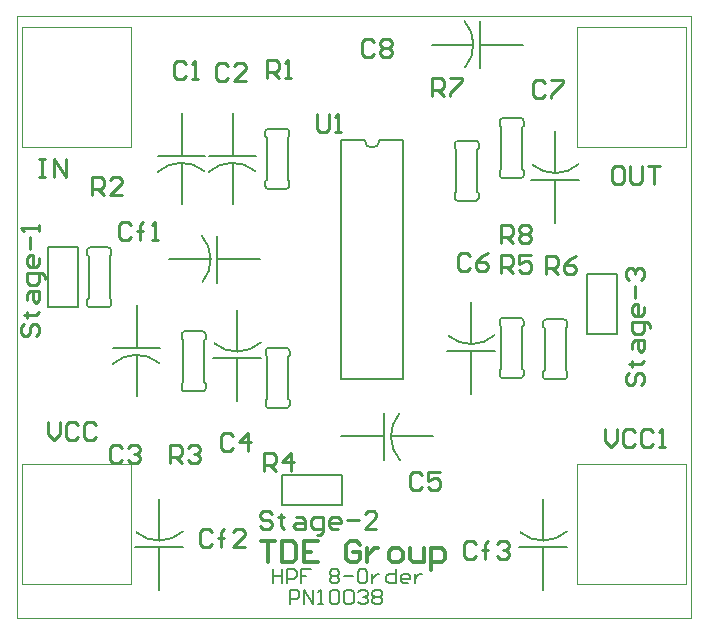
<source format=gto>
G04 Layer_Color=65535*
%FSLAX44Y44*%
%MOMM*%
G71*
G01*
G75*
%ADD12C,0.1000*%
%ADD22C,0.1524*%
%ADD23C,0.2000*%
%ADD24C,0.0500*%
%ADD25C,0.1500*%
%ADD26C,0.2540*%
%ADD27C,0.3000*%
D12*
X-40000Y-200000D02*
X530000D01*
Y310000D01*
X-40000Y-200000D02*
Y310000D01*
X530000D01*
D22*
X36690Y63210D02*
G03*
X39230Y65750I0J2540D01*
G01*
X18910D02*
G03*
X21450Y63210I2540J0D01*
G01*
Y114010D02*
G03*
X18910Y111470I0J-2540D01*
G01*
X39230D02*
G03*
X36690Y114010I-2540J0D01*
G01*
X172580Y28920D02*
G03*
X170040Y26380I0J-2540D01*
G01*
X190360D02*
G03*
X187820Y28920I-2540J0D01*
G01*
Y-21880D02*
G03*
X190360Y-19340I0J2540D01*
G01*
X170040D02*
G03*
X172580Y-21880I2540J0D01*
G01*
X386080Y172720D02*
G03*
X388620Y175260I0J2540D01*
G01*
X368300D02*
G03*
X370840Y172720I2540J0D01*
G01*
Y223520D02*
G03*
X368300Y220980I0J-2540D01*
G01*
X388620D02*
G03*
X386080Y223520I-2540J0D01*
G01*
X407530Y53050D02*
G03*
X404990Y50510I0J-2540D01*
G01*
X425310D02*
G03*
X422770Y53050I-2540J0D01*
G01*
Y2250D02*
G03*
X425310Y4790I0J2540D01*
G01*
X404990D02*
G03*
X407530Y2250I2540J0D01*
G01*
X101460Y42890D02*
G03*
X98920Y40350I0J-2540D01*
G01*
X119240D02*
G03*
X116700Y42890I-2540J0D01*
G01*
Y-7910D02*
G03*
X119240Y-5370I0J2540D01*
G01*
X98920D02*
G03*
X101460Y-7910I2540J0D01*
G01*
X187620Y163540D02*
G03*
X190160Y166080I0J2540D01*
G01*
X169840D02*
G03*
X172380Y163540I2540J0D01*
G01*
Y214340D02*
G03*
X169840Y211800I0J-2540D01*
G01*
X190160D02*
G03*
X187620Y214340I-2540J0D01*
G01*
X370700Y54320D02*
G03*
X368160Y51780I0J-2540D01*
G01*
X388480D02*
G03*
X385940Y54320I-2540J0D01*
G01*
Y3520D02*
G03*
X388480Y6060I0J2540D01*
G01*
X368160D02*
G03*
X370700Y3520I2540J0D01*
G01*
X347980Y153670D02*
G03*
X350520Y156210I0J2540D01*
G01*
X330200D02*
G03*
X332740Y153670I2540J0D01*
G01*
Y204470D02*
G03*
X330200Y201930I0J-2540D01*
G01*
X350520D02*
G03*
X347980Y204470I-2540J0D01*
G01*
X21450Y63210D02*
X36690D01*
X18910Y65750D02*
Y69560D01*
X39230Y65750D02*
Y69560D01*
X20180Y70830D02*
Y106390D01*
X18910Y69560D02*
X20180Y70830D01*
X37960D02*
Y106390D01*
Y70830D02*
X39230Y69560D01*
X18910Y107660D02*
X20180Y106390D01*
X18910Y107660D02*
Y111470D01*
X37960Y106390D02*
X39230Y107660D01*
Y111470D01*
X21450Y114010D02*
X36690D01*
X172580Y28920D02*
X187820D01*
X190360Y22570D02*
Y26380D01*
X170040Y22570D02*
Y26380D01*
X189090Y-14260D02*
Y21300D01*
X190360Y22570D01*
X171310Y-14260D02*
Y21300D01*
X170040Y22570D02*
X171310Y21300D01*
X189090Y-14260D02*
X190360Y-15530D01*
Y-19340D02*
Y-15530D01*
X170040D02*
X171310Y-14260D01*
X170040Y-19340D02*
Y-15530D01*
X172580Y-21880D02*
X187820D01*
X370840Y172720D02*
X386080D01*
X368300Y175260D02*
Y179070D01*
X388620Y175260D02*
Y179070D01*
X369570Y180340D02*
Y215900D01*
X368300Y179070D02*
X369570Y180340D01*
X387350D02*
Y215900D01*
Y180340D02*
X388620Y179070D01*
X368300Y217170D02*
X369570Y215900D01*
X368300Y217170D02*
Y220980D01*
X387350Y215900D02*
X388620Y217170D01*
Y220980D01*
X370840Y223520D02*
X386080D01*
X407530Y53050D02*
X422770D01*
X425310Y46700D02*
Y50510D01*
X404990Y46700D02*
Y50510D01*
X424040Y9870D02*
Y45430D01*
X425310Y46700D01*
X406260Y9870D02*
Y45430D01*
X404990Y46700D02*
X406260Y45430D01*
X424040Y9870D02*
X425310Y8600D01*
Y4790D02*
Y8600D01*
X404990D02*
X406260Y9870D01*
X404990Y4790D02*
Y8600D01*
X407530Y2250D02*
X422770D01*
X101460Y42890D02*
X116700D01*
X119240Y36540D02*
Y40350D01*
X98920Y36540D02*
Y40350D01*
X117970Y-290D02*
Y35270D01*
X119240Y36540D01*
X100190Y-290D02*
Y35270D01*
X98920Y36540D02*
X100190Y35270D01*
X117970Y-290D02*
X119240Y-1560D01*
Y-5370D02*
Y-1560D01*
X98920D02*
X100190Y-290D01*
X98920Y-5370D02*
Y-1560D01*
X101460Y-7910D02*
X116700D01*
X172380Y163540D02*
X187620D01*
X169840Y166080D02*
Y169890D01*
X190160Y166080D02*
Y169890D01*
X171110Y171160D02*
Y206720D01*
X169840Y169890D02*
X171110Y171160D01*
X188890D02*
Y206720D01*
Y171160D02*
X190160Y169890D01*
X169840Y207990D02*
X171110Y206720D01*
X169840Y207990D02*
Y211800D01*
X188890Y206720D02*
X190160Y207990D01*
Y211800D01*
X172380Y214340D02*
X187620D01*
X370700Y54320D02*
X385940D01*
X388480Y47970D02*
Y51780D01*
X368160Y47970D02*
Y51780D01*
X387210Y11140D02*
Y46700D01*
X388480Y47970D01*
X369430Y11140D02*
Y46700D01*
X368160Y47970D02*
X369430Y46700D01*
X387210Y11140D02*
X388480Y9870D01*
Y6060D02*
Y9870D01*
X368160D02*
X369430Y11140D01*
X368160Y6060D02*
Y9870D01*
X370700Y3520D02*
X385940D01*
X332740Y153670D02*
X347980D01*
X330200Y156210D02*
Y160020D01*
X350520Y156210D02*
Y160020D01*
X331470Y161290D02*
Y196850D01*
X330200Y160020D02*
X331470Y161290D01*
X349250D02*
Y196850D01*
Y161290D02*
X350520Y160020D01*
X330200Y198120D02*
X331470Y196850D01*
X330200Y198120D02*
Y201930D01*
X349250Y196850D02*
X350520Y198120D01*
Y201930D01*
X332740Y204470D02*
X347980D01*
D23*
X161320Y178678D02*
G03*
X121962Y177991I-19284J-22981D01*
G01*
X118140Y178678D02*
G03*
X78782Y177991I-19284J-22981D01*
G01*
X126690Y32832D02*
G03*
X166048Y33519I19284J22981D01*
G01*
X80040Y16118D02*
G03*
X40682Y15431I-19284J-22981D01*
G01*
X324810Y39182D02*
G03*
X364168Y39869I19284J22981D01*
G01*
X283172Y-26790D02*
G03*
X283859Y-66148I22981J-19284D01*
G01*
X338988Y266530D02*
G03*
X338301Y305888I-22981J19284D01*
G01*
X395930Y183962D02*
G03*
X435288Y184649I19284J22981D01*
G01*
X116598Y84630D02*
G03*
X115911Y123988I-22981J19284D01*
G01*
X385770Y-127188D02*
G03*
X425128Y-126501I19284J22981D01*
G01*
X60650Y-127188D02*
G03*
X100008Y-126501I19284J22981D01*
G01*
X253860Y204850D02*
G03*
X266560Y204850I6350J0D01*
G01*
X467220Y40350D02*
Y91150D01*
X441820D02*
X467220D01*
X441820Y40350D02*
Y91150D01*
Y40350D02*
X467220D01*
X184010Y-104430D02*
X234810D01*
Y-79030D01*
X184010D02*
X234810D01*
X184010Y-104430D02*
Y-79030D01*
X-14110Y63210D02*
Y114010D01*
Y63210D02*
X11290D01*
Y114010D01*
X-14110D02*
X11290D01*
X142100Y191440D02*
Y227690D01*
Y150440D02*
Y185440D01*
X122100Y191440D02*
X162100D01*
X98920D02*
Y227690D01*
Y150440D02*
Y185440D01*
X78920Y191440D02*
X118920D01*
X145910Y-16180D02*
Y20070D01*
Y26070D02*
Y61070D01*
X125910Y20070D02*
X165910D01*
X60820Y28880D02*
Y65130D01*
Y-12120D02*
Y22880D01*
X40820Y28880D02*
X80820D01*
X344030Y-9830D02*
Y26420D01*
Y32420D02*
Y67420D01*
X324030Y26420D02*
X364030D01*
X234160Y-46010D02*
X270410D01*
X276410D02*
X311410D01*
X270410Y-66010D02*
Y-26010D01*
X351750Y285750D02*
X388000D01*
X310750D02*
X345750D01*
X351750Y265750D02*
Y305750D01*
X415150Y134950D02*
Y171200D01*
Y177200D02*
Y212200D01*
X395150Y171200D02*
X435150D01*
X129360Y103850D02*
X165610D01*
X88360D02*
X123360D01*
X129360Y83850D02*
Y123850D01*
X404990Y-176200D02*
Y-139950D01*
Y-133950D02*
Y-98950D01*
X384990Y-139950D02*
X424990D01*
X79870Y-176200D02*
Y-139950D01*
Y-133950D02*
Y-98950D01*
X59870Y-139950D02*
X99870D01*
X233710Y204850D02*
X253860D01*
X266560D02*
X286710D01*
X233710Y2850D02*
X286710D01*
X233710D02*
Y204850D01*
X286710Y2850D02*
Y204850D01*
D24*
X56000Y199400D02*
Y300600D01*
X-36000D02*
X56000D01*
X-36000Y199400D02*
Y300600D01*
Y199400D02*
X56000D01*
X434000D02*
Y300600D01*
Y199400D02*
X526000D01*
Y300600D01*
X434000D02*
X526000D01*
X434000Y-170600D02*
Y-69400D01*
Y-170600D02*
X526000D01*
Y-69400D01*
X434000D02*
X526000D01*
X56000Y-170600D02*
Y-69400D01*
X-36000D02*
X56000D01*
X-36000Y-170600D02*
Y-69400D01*
Y-170600D02*
X56000D01*
D25*
X190590Y-188020D02*
Y-176024D01*
X196588D01*
X198587Y-178023D01*
Y-182022D01*
X196588Y-184021D01*
X190590D01*
X202586Y-188020D02*
Y-176024D01*
X210583Y-188020D01*
Y-176024D01*
X214582Y-188020D02*
X218581D01*
X216582D01*
Y-176024D01*
X214582Y-178023D01*
X224579D02*
X226578Y-176024D01*
X230577D01*
X232576Y-178023D01*
Y-186021D01*
X230577Y-188020D01*
X226578D01*
X224579Y-186021D01*
Y-178023D01*
X236575D02*
X238575Y-176024D01*
X242573D01*
X244573Y-178023D01*
Y-186021D01*
X242573Y-188020D01*
X238575D01*
X236575Y-186021D01*
Y-178023D01*
X248571D02*
X250571Y-176024D01*
X254569D01*
X256569Y-178023D01*
Y-180023D01*
X254569Y-182022D01*
X252570D01*
X254569D01*
X256569Y-184021D01*
Y-186021D01*
X254569Y-188020D01*
X250571D01*
X248571Y-186021D01*
X260567Y-178023D02*
X262567Y-176024D01*
X266565D01*
X268565Y-178023D01*
Y-180023D01*
X266565Y-182022D01*
X268565Y-184021D01*
Y-186021D01*
X266565Y-188020D01*
X262567D01*
X260567Y-186021D01*
Y-184021D01*
X262567Y-182022D01*
X260567Y-180023D01*
Y-178023D01*
X262567Y-182022D02*
X266565D01*
X176390Y-158474D02*
Y-170470D01*
Y-164472D01*
X184387D01*
Y-158474D01*
Y-170470D01*
X188386D02*
Y-158474D01*
X194384D01*
X196383Y-160473D01*
Y-164472D01*
X194384Y-166471D01*
X188386D01*
X208380Y-158474D02*
X200382D01*
Y-164472D01*
X204381D01*
X200382D01*
Y-170470D01*
X224375Y-160473D02*
X226374Y-158474D01*
X230373D01*
X232372Y-160473D01*
Y-162473D01*
X230373Y-164472D01*
X232372Y-166471D01*
Y-168471D01*
X230373Y-170470D01*
X226374D01*
X224375Y-168471D01*
Y-166471D01*
X226374Y-164472D01*
X224375Y-162473D01*
Y-160473D01*
X226374Y-164472D02*
X230373D01*
X236371D02*
X244368D01*
X254365Y-158474D02*
X250366D01*
X248367Y-160473D01*
Y-168471D01*
X250366Y-170470D01*
X254365D01*
X256364Y-168471D01*
Y-160473D01*
X254365Y-158474D01*
X260363Y-162473D02*
Y-170470D01*
Y-166471D01*
X262362Y-164472D01*
X264361Y-162473D01*
X266361D01*
X280356Y-158474D02*
Y-170470D01*
X274358D01*
X272359Y-168471D01*
Y-164472D01*
X274358Y-162473D01*
X280356D01*
X290353Y-170470D02*
X286354D01*
X284355Y-168471D01*
Y-164472D01*
X286354Y-162473D01*
X290353D01*
X292353Y-164472D01*
Y-166471D01*
X284355D01*
X296351Y-162473D02*
Y-170470D01*
Y-166471D01*
X298351Y-164472D01*
X300350Y-162473D01*
X302349D01*
D26*
X477384Y7327D02*
X474845Y4787D01*
Y-291D01*
X477384Y-2830D01*
X479923D01*
X482463Y-291D01*
Y4787D01*
X485002Y7327D01*
X487541D01*
X490080Y4787D01*
Y-291D01*
X487541Y-2830D01*
X477384Y14944D02*
X479923D01*
Y12405D01*
Y17483D01*
Y14944D01*
X487541D01*
X490080Y17483D01*
X479923Y27640D02*
Y32719D01*
X482463Y35258D01*
X490080D01*
Y27640D01*
X487541Y25101D01*
X485002Y27640D01*
Y35258D01*
X495158Y45414D02*
Y47954D01*
X492619Y50493D01*
X479923D01*
Y42875D01*
X482463Y40336D01*
X487541D01*
X490080Y42875D01*
Y50493D01*
Y63189D02*
Y58110D01*
X487541Y55571D01*
X482463D01*
X479923Y58110D01*
Y63189D01*
X482463Y65728D01*
X485002D01*
Y55571D01*
X482463Y70806D02*
Y80963D01*
X477384Y86041D02*
X474845Y88580D01*
Y93659D01*
X477384Y96198D01*
X479923D01*
X482463Y93659D01*
Y91120D01*
Y93659D01*
X485002Y96198D01*
X487541D01*
X490080Y93659D01*
Y88580D01*
X487541Y86041D01*
X175117Y-112054D02*
X172577Y-109515D01*
X167499D01*
X164960Y-112054D01*
Y-114593D01*
X167499Y-117133D01*
X172577D01*
X175117Y-119672D01*
Y-122211D01*
X172577Y-124750D01*
X167499D01*
X164960Y-122211D01*
X182734Y-112054D02*
Y-114593D01*
X180195D01*
X185273D01*
X182734D01*
Y-122211D01*
X185273Y-124750D01*
X195430Y-114593D02*
X200508D01*
X203048Y-117133D01*
Y-124750D01*
X195430D01*
X192891Y-122211D01*
X195430Y-119672D01*
X203048D01*
X213204Y-129828D02*
X215744D01*
X218283Y-127289D01*
Y-114593D01*
X210665D01*
X208126Y-117133D01*
Y-122211D01*
X210665Y-124750D01*
X218283D01*
X230979D02*
X225900D01*
X223361Y-122211D01*
Y-117133D01*
X225900Y-114593D01*
X230979D01*
X233518Y-117133D01*
Y-119672D01*
X223361D01*
X238596Y-117133D02*
X248753D01*
X263988Y-124750D02*
X253831D01*
X263988Y-114593D01*
Y-112054D01*
X261449Y-109515D01*
X256370D01*
X253831Y-112054D01*
X-34286Y49527D02*
X-36825Y46988D01*
Y41909D01*
X-34286Y39370D01*
X-31747D01*
X-29207Y41909D01*
Y46988D01*
X-26668Y49527D01*
X-24129D01*
X-21590Y46988D01*
Y41909D01*
X-24129Y39370D01*
X-34286Y57144D02*
X-31747D01*
Y54605D01*
Y59683D01*
Y57144D01*
X-24129D01*
X-21590Y59683D01*
X-31747Y69840D02*
Y74918D01*
X-29207Y77458D01*
X-21590D01*
Y69840D01*
X-24129Y67301D01*
X-26668Y69840D01*
Y77458D01*
X-16512Y87614D02*
Y90154D01*
X-19051Y92693D01*
X-31747D01*
Y85075D01*
X-29207Y82536D01*
X-24129D01*
X-21590Y85075D01*
Y92693D01*
Y105389D02*
Y100310D01*
X-24129Y97771D01*
X-29207D01*
X-31747Y100310D01*
Y105389D01*
X-29207Y107928D01*
X-26668D01*
Y97771D01*
X-29207Y113006D02*
Y123163D01*
X-21590Y128241D02*
Y133320D01*
Y130780D01*
X-36825D01*
X-34286Y128241D01*
X22860Y158750D02*
Y173985D01*
X30477D01*
X33017Y171446D01*
Y166367D01*
X30477Y163828D01*
X22860D01*
X27938D02*
X33017Y158750D01*
X48252D02*
X38095D01*
X48252Y168907D01*
Y171446D01*
X45713Y173985D01*
X40634D01*
X38095Y171446D01*
X168770Y-75220D02*
Y-59985D01*
X176388D01*
X178927Y-62524D01*
Y-67603D01*
X176388Y-70142D01*
X168770D01*
X173848D02*
X178927Y-75220D01*
X191623D02*
Y-59985D01*
X184005Y-67603D01*
X194162D01*
X369570Y118110D02*
Y133345D01*
X377188D01*
X379727Y130806D01*
Y125728D01*
X377188Y123188D01*
X369570D01*
X374648D02*
X379727Y118110D01*
X384805Y130806D02*
X387344Y133345D01*
X392423D01*
X394962Y130806D01*
Y128267D01*
X392423Y125728D01*
X394962Y123188D01*
Y120649D01*
X392423Y118110D01*
X387344D01*
X384805Y120649D01*
Y123188D01*
X387344Y125728D01*
X384805Y128267D01*
Y130806D01*
X387344Y125728D02*
X392423D01*
X407530Y91150D02*
Y106385D01*
X415148D01*
X417687Y103846D01*
Y98767D01*
X415148Y96228D01*
X407530D01*
X412608D02*
X417687Y91150D01*
X432922Y106385D02*
X427843Y103846D01*
X422765Y98767D01*
Y93689D01*
X425304Y91150D01*
X430383D01*
X432922Y93689D01*
Y96228D01*
X430383Y98767D01*
X422765D01*
X138287Y267676D02*
X135747Y270215D01*
X130669D01*
X128130Y267676D01*
Y257519D01*
X130669Y254980D01*
X135747D01*
X138287Y257519D01*
X153522Y254980D02*
X143365D01*
X153522Y265137D01*
Y267676D01*
X150983Y270215D01*
X145904D01*
X143365Y267676D01*
X102727Y268946D02*
X100188Y271485D01*
X95109D01*
X92570Y268946D01*
Y258789D01*
X95109Y256250D01*
X100188D01*
X102727Y258789D01*
X107805Y256250D02*
X112883D01*
X110344D01*
Y271485D01*
X107805Y268946D01*
X-21730Y189095D02*
X-16652D01*
X-19191D01*
Y173860D01*
X-21730D01*
X-16652D01*
X-9034D02*
Y189095D01*
X1123Y173860D01*
Y189095D01*
X142097Y-46014D02*
X139558Y-43475D01*
X134479D01*
X131940Y-46014D01*
Y-56171D01*
X134479Y-58710D01*
X139558D01*
X142097Y-56171D01*
X154793Y-58710D02*
Y-43475D01*
X147175Y-51093D01*
X157332D01*
X48117Y-56174D02*
X45578Y-53635D01*
X40499D01*
X37960Y-56174D01*
Y-66331D01*
X40499Y-68870D01*
X45578D01*
X48117Y-66331D01*
X53195Y-56174D02*
X55734Y-53635D01*
X60813D01*
X63352Y-56174D01*
Y-58713D01*
X60813Y-61252D01*
X58273D01*
X60813D01*
X63352Y-63792D01*
Y-66331D01*
X60813Y-68870D01*
X55734D01*
X53195Y-66331D01*
X342757Y106386D02*
X340218Y108925D01*
X335139D01*
X332600Y106386D01*
Y96229D01*
X335139Y93690D01*
X340218D01*
X342757Y96229D01*
X357992Y108925D02*
X352913Y106386D01*
X347835Y101307D01*
Y96229D01*
X350374Y93690D01*
X355453D01*
X357992Y96229D01*
Y98768D01*
X355453Y101307D01*
X347835D01*
X302117Y-79034D02*
X299578Y-76495D01*
X294499D01*
X291960Y-79034D01*
Y-89191D01*
X294499Y-91730D01*
X299578D01*
X302117Y-89191D01*
X317352Y-76495D02*
X307195D01*
Y-84113D01*
X312273Y-81573D01*
X314813D01*
X317352Y-84113D01*
Y-89191D01*
X314813Y-91730D01*
X309734D01*
X307195Y-89191D01*
X261617Y288286D02*
X259077Y290825D01*
X253999D01*
X251460Y288286D01*
Y278129D01*
X253999Y275590D01*
X259077D01*
X261617Y278129D01*
X266695Y288286D02*
X269234Y290825D01*
X274313D01*
X276852Y288286D01*
Y285747D01*
X274313Y283207D01*
X276852Y280668D01*
Y278129D01*
X274313Y275590D01*
X269234D01*
X266695Y278129D01*
Y280668D01*
X269234Y283207D01*
X266695Y285747D01*
Y288286D01*
X269234Y283207D02*
X274313D01*
X406892Y253579D02*
X404352Y256118D01*
X399274D01*
X396735Y253579D01*
Y243422D01*
X399274Y240883D01*
X404352D01*
X406892Y243422D01*
X411970Y256118D02*
X422127D01*
Y253579D01*
X411970Y243422D01*
Y240883D01*
X471027Y182745D02*
X465949D01*
X463410Y180206D01*
Y170049D01*
X465949Y167510D01*
X471027D01*
X473567Y170049D01*
Y180206D01*
X471027Y182745D01*
X478645D02*
Y170049D01*
X481184Y167510D01*
X486263D01*
X488802Y170049D01*
Y182745D01*
X493880D02*
X504037D01*
X498959D01*
Y167510D01*
X88760Y-68870D02*
Y-53635D01*
X96377D01*
X98917Y-56174D01*
Y-61252D01*
X96377Y-63792D01*
X88760D01*
X93838D02*
X98917Y-68870D01*
X103995Y-56174D02*
X106534Y-53635D01*
X111613D01*
X114152Y-56174D01*
Y-58713D01*
X111613Y-61252D01*
X109073D01*
X111613D01*
X114152Y-63792D01*
Y-66331D01*
X111613Y-68870D01*
X106534D01*
X103995Y-66331D01*
X171110Y257520D02*
Y272755D01*
X178727D01*
X181267Y270216D01*
Y265138D01*
X178727Y262598D01*
X171110D01*
X176188D02*
X181267Y257520D01*
X186345D02*
X191423D01*
X188884D01*
Y272755D01*
X186345Y270216D01*
X369430Y92420D02*
Y107655D01*
X377048D01*
X379587Y105116D01*
Y100037D01*
X377048Y97498D01*
X369430D01*
X374508D02*
X379587Y92420D01*
X394822Y107655D02*
X384665D01*
Y100037D01*
X389743Y102577D01*
X392283D01*
X394822Y100037D01*
Y94959D01*
X392283Y92420D01*
X387204D01*
X384665Y94959D01*
X311150Y242570D02*
Y257805D01*
X318768D01*
X321307Y255266D01*
Y250187D01*
X318768Y247648D01*
X311150D01*
X316228D02*
X321307Y242570D01*
X326385Y257805D02*
X336542D01*
Y255266D01*
X326385Y245109D01*
Y242570D01*
X457140Y-39995D02*
Y-50152D01*
X462218Y-55230D01*
X467297Y-50152D01*
Y-39995D01*
X482532Y-42534D02*
X479993Y-39995D01*
X474914D01*
X472375Y-42534D01*
Y-52691D01*
X474914Y-55230D01*
X479993D01*
X482532Y-52691D01*
X497767Y-42534D02*
X495228Y-39995D01*
X490149D01*
X487610Y-42534D01*
Y-52691D01*
X490149Y-55230D01*
X495228D01*
X497767Y-52691D01*
X502845Y-55230D02*
X507924D01*
X505384D01*
Y-39995D01*
X502845Y-42534D01*
X-14130Y-33645D02*
Y-43802D01*
X-9052Y-48880D01*
X-3973Y-43802D01*
Y-33645D01*
X11262Y-36184D02*
X8723Y-33645D01*
X3644D01*
X1105Y-36184D01*
Y-46341D01*
X3644Y-48880D01*
X8723D01*
X11262Y-46341D01*
X26497Y-36184D02*
X23958Y-33645D01*
X18879D01*
X16340Y-36184D01*
Y-46341D01*
X18879Y-48880D01*
X23958D01*
X26497Y-46341D01*
X55737Y133056D02*
X53197Y135595D01*
X48119D01*
X45580Y133056D01*
Y122899D01*
X48119Y120360D01*
X53197D01*
X55737Y122899D01*
X63354Y120360D02*
Y133056D01*
Y127978D01*
X60815D01*
X65893D01*
X63354D01*
Y133056D01*
X65893Y135595D01*
X73511Y120360D02*
X78589D01*
X76050D01*
Y135595D01*
X73511Y133056D01*
X347837Y-137454D02*
X345298Y-134915D01*
X340219D01*
X337680Y-137454D01*
Y-147611D01*
X340219Y-150150D01*
X345298D01*
X347837Y-147611D01*
X355454Y-150150D02*
Y-137454D01*
Y-142533D01*
X352915D01*
X357993D01*
X355454D01*
Y-137454D01*
X357993Y-134915D01*
X365611Y-137454D02*
X368150Y-134915D01*
X373228D01*
X375768Y-137454D01*
Y-139993D01*
X373228Y-142533D01*
X370689D01*
X373228D01*
X375768Y-145072D01*
Y-147611D01*
X373228Y-150150D01*
X368150D01*
X365611Y-147611D01*
X124317Y-127294D02*
X121777Y-124755D01*
X116699D01*
X114160Y-127294D01*
Y-137451D01*
X116699Y-139990D01*
X121777D01*
X124317Y-137451D01*
X131934Y-139990D02*
Y-127294D01*
Y-132373D01*
X129395D01*
X134473D01*
X131934D01*
Y-127294D01*
X134473Y-124755D01*
X152248Y-139990D02*
X142091D01*
X152248Y-129833D01*
Y-127294D01*
X149708Y-124755D01*
X144630D01*
X142091Y-127294D01*
X213220Y227035D02*
Y214339D01*
X215759Y211800D01*
X220837D01*
X223377Y214339D01*
Y227035D01*
X228455Y211800D02*
X233533D01*
X230994D01*
Y227035D01*
X228455Y224496D01*
D27*
X166230Y-134696D02*
X178226D01*
X172228D01*
Y-152690D01*
X184224Y-134696D02*
Y-152690D01*
X193221D01*
X196220Y-149691D01*
Y-137695D01*
X193221Y-134696D01*
X184224D01*
X214214D02*
X202218D01*
Y-152690D01*
X214214D01*
X202218Y-143693D02*
X208216D01*
X250203Y-137695D02*
X247204Y-134696D01*
X241206D01*
X238207Y-137695D01*
Y-149691D01*
X241206Y-152690D01*
X247204D01*
X250203Y-149691D01*
Y-143693D01*
X244205D01*
X256201Y-140694D02*
Y-152690D01*
Y-146692D01*
X259200Y-143693D01*
X262199Y-140694D01*
X265198D01*
X277194Y-152690D02*
X283192D01*
X286191Y-149691D01*
Y-143693D01*
X283192Y-140694D01*
X277194D01*
X274195Y-143693D01*
Y-149691D01*
X277194Y-152690D01*
X292189Y-140694D02*
Y-149691D01*
X295188Y-152690D01*
X304185D01*
Y-140694D01*
X310183Y-158688D02*
Y-140694D01*
X319181D01*
X322179Y-143693D01*
Y-149691D01*
X319181Y-152690D01*
X310183D01*
M02*

</source>
